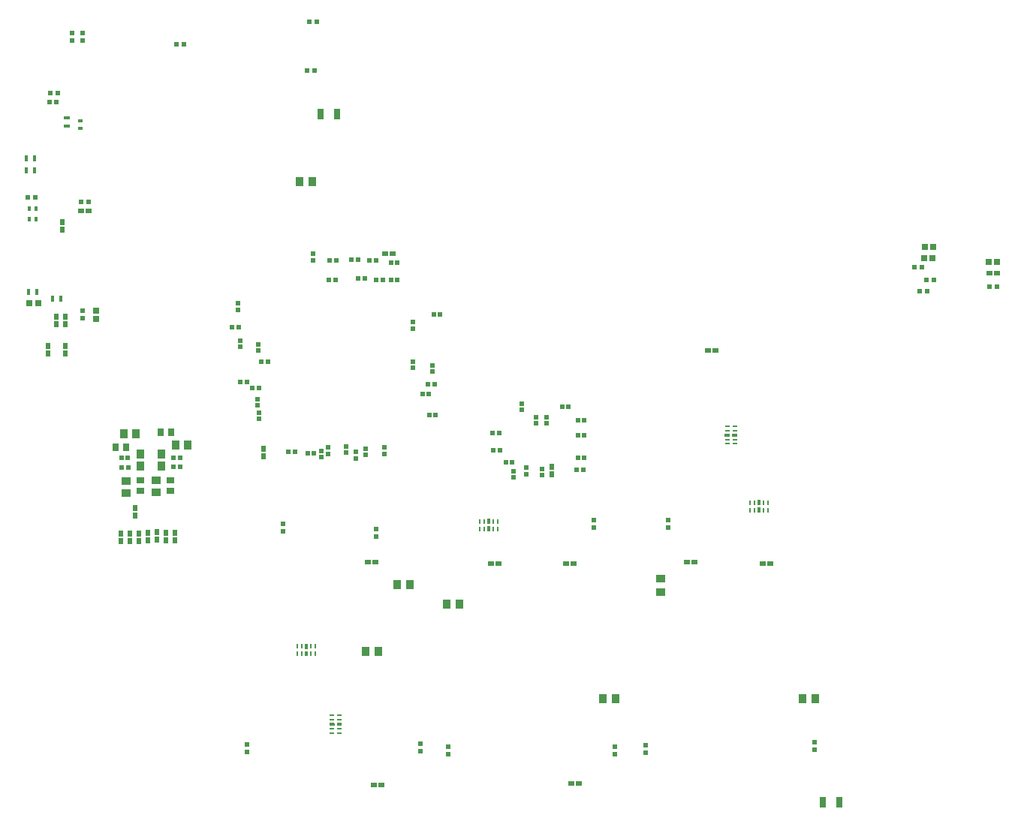
<source format=gbp>
G04*
G04 #@! TF.GenerationSoftware,Altium Limited,Altium Designer,24.9.1 (31)*
G04*
G04 Layer_Color=128*
%FSLAX44Y44*%
%MOMM*%
G71*
G04*
G04 #@! TF.SameCoordinates,5CB356DA-BA5B-4781-A63E-117D8A58D640*
G04*
G04*
G04 #@! TF.FilePolarity,Positive*
G04*
G01*
G75*
%ADD30R,0.9000X0.7500*%
G04:AMPARAMS|DCode=31|XSize=0.565mm|YSize=0.2mm|CornerRadius=0.05mm|HoleSize=0mm|Usage=FLASHONLY|Rotation=90.000|XOffset=0mm|YOffset=0mm|HoleType=Round|Shape=RoundedRectangle|*
%AMROUNDEDRECTD31*
21,1,0.5650,0.1000,0,0,90.0*
21,1,0.4650,0.2000,0,0,90.0*
1,1,0.1000,0.0500,0.2325*
1,1,0.1000,0.0500,-0.2325*
1,1,0.1000,-0.0500,-0.2325*
1,1,0.1000,-0.0500,0.2325*
%
%ADD31ROUNDEDRECTD31*%
%ADD38R,0.7500X0.9000*%
%ADD41R,0.9000X1.0000*%
%ADD42R,0.5811X0.5121*%
%ADD43R,0.4000X0.5000*%
%ADD44R,0.5200X0.5200*%
%ADD45R,1.0000X0.9000*%
%ADD46R,0.5121X0.5811*%
%ADD51R,0.6000X0.5500*%
%ADD52R,0.5500X0.6000*%
%ADD53R,0.5200X0.5200*%
%ADD55R,0.9582X1.1061*%
%ADD60R,0.6000X0.6500*%
%ADD61R,0.4500X0.6750*%
%ADD68R,0.6750X0.4500*%
%ADD73R,0.6500X0.6000*%
%ADD75R,0.7000X0.6500*%
%ADD80R,0.6725X0.7154*%
%ADD83R,0.7154X0.6725*%
%ADD93R,0.5153X0.4725*%
%ADD191R,0.5500X0.5000*%
%ADD192R,0.9500X1.0500*%
%ADD193R,1.0500X0.9500*%
%ADD194R,0.8000X1.2000*%
G04:AMPARAMS|DCode=195|XSize=0.565mm|YSize=0.2mm|CornerRadius=0.05mm|HoleSize=0mm|Usage=FLASHONLY|Rotation=180.000|XOffset=0mm|YOffset=0mm|HoleType=Round|Shape=RoundedRectangle|*
%AMROUNDEDRECTD195*
21,1,0.5650,0.1000,0,0,180.0*
21,1,0.4650,0.2000,0,0,180.0*
1,1,0.1000,-0.2325,0.0500*
1,1,0.1000,0.2325,0.0500*
1,1,0.1000,0.2325,-0.0500*
1,1,0.1000,-0.2325,-0.0500*
%
%ADD195ROUNDEDRECTD195*%
%ADD197R,0.5000X0.4000*%
G36*
X825933Y460194D02*
X826074Y460053D01*
X826150Y459869D01*
Y459770D01*
Y457170D01*
Y457071D01*
X826074Y456887D01*
X825933Y456746D01*
X825750Y456670D01*
X820900D01*
X820717Y456746D01*
X820576Y456887D01*
X820500Y457071D01*
Y457170D01*
Y459770D01*
Y459869D01*
X820576Y460053D01*
X820717Y460194D01*
X820900Y460270D01*
X825750D01*
X825933Y460194D01*
D02*
G37*
G36*
X817583D02*
X817724Y460053D01*
X817800Y459869D01*
Y459770D01*
Y457170D01*
Y457071D01*
X817724Y456887D01*
X817583Y456746D01*
X817399Y456670D01*
X812551D01*
X812367Y456746D01*
X812226Y456887D01*
X812150Y457071D01*
Y457170D01*
Y459770D01*
Y459869D01*
X812226Y460053D01*
X812367Y460194D01*
X812551Y460270D01*
X817399D01*
X817583Y460194D01*
D02*
G37*
G36*
X852483Y385019D02*
X852624Y384878D01*
X852700Y384695D01*
Y384595D01*
Y379945D01*
Y379846D01*
X852624Y379662D01*
X852483Y379521D01*
X852299Y379445D01*
X849501D01*
X849317Y379521D01*
X849176Y379662D01*
X849100Y379846D01*
Y379945D01*
Y384595D01*
Y384695D01*
X849176Y384878D01*
X849317Y385019D01*
X849501Y385095D01*
X852299D01*
X852483Y385019D01*
D02*
G37*
G36*
Y376669D02*
X852624Y376528D01*
X852700Y376344D01*
Y376245D01*
Y371595D01*
Y371496D01*
X852624Y371312D01*
X852483Y371171D01*
X852299Y371095D01*
X849501D01*
X849317Y371171D01*
X849176Y371312D01*
X849100Y371496D01*
Y371595D01*
Y376245D01*
Y376344D01*
X849176Y376528D01*
X849317Y376669D01*
X849501Y376745D01*
X852299D01*
X852483Y376669D01*
D02*
G37*
G36*
X547683Y363794D02*
X547824Y363653D01*
X547900Y363470D01*
Y363370D01*
Y358720D01*
Y358620D01*
X547824Y358437D01*
X547683Y358296D01*
X547499Y358220D01*
X544701D01*
X544517Y358296D01*
X544376Y358437D01*
X544300Y358620D01*
Y358720D01*
Y363370D01*
Y363470D01*
X544376Y363653D01*
X544517Y363794D01*
X544701Y363870D01*
X547499D01*
X547683Y363794D01*
D02*
G37*
G36*
Y355444D02*
X547824Y355303D01*
X547900Y355119D01*
Y355020D01*
Y350370D01*
Y350271D01*
X547824Y350087D01*
X547683Y349946D01*
X547499Y349870D01*
X544701D01*
X544517Y349946D01*
X544376Y350087D01*
X544300Y350271D01*
Y350370D01*
Y355020D01*
Y355119D01*
X544376Y355303D01*
X544517Y355444D01*
X544701Y355520D01*
X547499D01*
X547683Y355444D01*
D02*
G37*
G36*
X341943Y222824D02*
X342084Y222683D01*
X342160Y222500D01*
Y222400D01*
Y217750D01*
Y217651D01*
X342084Y217467D01*
X341943Y217326D01*
X341759Y217250D01*
X338960D01*
X338777Y217326D01*
X338636Y217467D01*
X338560Y217651D01*
Y217750D01*
Y222400D01*
Y222500D01*
X338636Y222683D01*
X338777Y222824D01*
X338960Y222900D01*
X341759D01*
X341943Y222824D01*
D02*
G37*
G36*
Y214474D02*
X342084Y214333D01*
X342160Y214149D01*
Y214050D01*
Y209400D01*
Y209300D01*
X342084Y209117D01*
X341943Y208976D01*
X341759Y208900D01*
X338960D01*
X338777Y208976D01*
X338636Y209117D01*
X338560Y209300D01*
Y209400D01*
Y214050D01*
Y214149D01*
X338636Y214333D01*
X338777Y214474D01*
X338960Y214550D01*
X341759D01*
X341943Y214474D01*
D02*
G37*
G36*
X380163Y133804D02*
X380304Y133663D01*
X380380Y133479D01*
Y133380D01*
Y130780D01*
Y130681D01*
X380304Y130497D01*
X380163Y130356D01*
X379980Y130280D01*
X375131D01*
X374947Y130356D01*
X374806Y130497D01*
X374730Y130681D01*
Y130780D01*
Y133380D01*
Y133479D01*
X374806Y133663D01*
X374947Y133804D01*
X375131Y133880D01*
X379980D01*
X380163Y133804D01*
D02*
G37*
G36*
X371813D02*
X371954Y133663D01*
X372030Y133479D01*
Y133380D01*
Y130780D01*
Y130681D01*
X371954Y130497D01*
X371813Y130356D01*
X371629Y130280D01*
X366781D01*
X366597Y130356D01*
X366456Y130497D01*
X366380Y130681D01*
Y130780D01*
Y133380D01*
Y133479D01*
X366456Y133663D01*
X366597Y133804D01*
X366781Y133880D01*
X371629D01*
X371813Y133804D01*
D02*
G37*
D30*
X186690Y407320D02*
D03*
Y395320D02*
D03*
X152730Y407320D02*
D03*
Y395320D02*
D03*
D31*
X840900Y382270D02*
D03*
X845900D02*
D03*
X855900D02*
D03*
X860900D02*
D03*
Y373920D02*
D03*
X855900D02*
D03*
X845900D02*
D03*
X840900D02*
D03*
X536100Y361045D02*
D03*
X541100D02*
D03*
X551100D02*
D03*
X556100D02*
D03*
Y352695D02*
D03*
X551100D02*
D03*
X541100D02*
D03*
X536100D02*
D03*
X350360Y220075D02*
D03*
X345360D02*
D03*
X335360D02*
D03*
X330360D02*
D03*
Y211725D02*
D03*
X335360D02*
D03*
X345360D02*
D03*
X350360D02*
D03*
D38*
X175668Y461963D02*
D03*
X187668D02*
D03*
X136931Y444901D02*
D03*
X124931D02*
D03*
D41*
X206140Y447040D02*
D03*
X192640D02*
D03*
X134220Y459740D02*
D03*
X147720D02*
D03*
D42*
X365677Y633588D02*
D03*
X372987D02*
D03*
X411635Y655320D02*
D03*
X418945D02*
D03*
X484025Y594360D02*
D03*
X491335D02*
D03*
X426565Y633730D02*
D03*
X419255D02*
D03*
X406245Y635000D02*
D03*
X398935D02*
D03*
X366776Y655647D02*
D03*
X374086D02*
D03*
X435765Y652780D02*
D03*
X443075D02*
D03*
X264005Y580390D02*
D03*
X256695D02*
D03*
X435765Y633730D02*
D03*
X443075D02*
D03*
X477675Y515620D02*
D03*
X484985D02*
D03*
X471269Y504688D02*
D03*
X478579D02*
D03*
X320195Y439420D02*
D03*
X327505D02*
D03*
X273468Y518501D02*
D03*
X266157D02*
D03*
X289385Y541300D02*
D03*
X296695D02*
D03*
X478945Y481330D02*
D03*
X486255D02*
D03*
X349095Y438150D02*
D03*
X341785D02*
D03*
X279709Y511810D02*
D03*
X287020D02*
D03*
X558755Y440955D02*
D03*
X551445D02*
D03*
X557695Y460979D02*
D03*
X550384D02*
D03*
X628805Y490220D02*
D03*
X636115D02*
D03*
X646585Y458470D02*
D03*
X653895D02*
D03*
X646585Y433070D02*
D03*
X653895D02*
D03*
X645315Y419100D02*
D03*
X652625D02*
D03*
X646585Y474980D02*
D03*
X653895D02*
D03*
X565305Y427990D02*
D03*
X572615D02*
D03*
X190655Y433070D02*
D03*
X197965D02*
D03*
X139038Y432509D02*
D03*
X131728D02*
D03*
X190655Y422910D02*
D03*
X197965D02*
D03*
X139391Y421640D02*
D03*
X132080D02*
D03*
D43*
X35750Y713740D02*
D03*
X27750D02*
D03*
X35750Y702310D02*
D03*
X27750D02*
D03*
D44*
X87630Y590360D02*
D03*
Y598360D02*
D03*
D45*
X171099Y393931D02*
D03*
Y407431D02*
D03*
X137160Y393300D02*
D03*
Y406800D02*
D03*
D46*
X262890Y599595D02*
D03*
Y606905D02*
D03*
X347980Y655475D02*
D03*
Y662785D02*
D03*
X460782Y578333D02*
D03*
Y585644D02*
D03*
X460691Y534135D02*
D03*
Y541446D02*
D03*
X406911Y443145D02*
D03*
Y435834D02*
D03*
X356870Y440535D02*
D03*
Y433225D02*
D03*
X266068Y557833D02*
D03*
Y565144D02*
D03*
X427990Y444345D02*
D03*
Y437035D02*
D03*
X384810Y445615D02*
D03*
Y438305D02*
D03*
X364490Y444345D02*
D03*
Y437035D02*
D03*
X285370Y499145D02*
D03*
Y491835D02*
D03*
X482600Y529745D02*
D03*
Y537055D02*
D03*
X396240Y439265D02*
D03*
Y431955D02*
D03*
X287020Y483715D02*
D03*
Y476405D02*
D03*
X286393Y553715D02*
D03*
Y561025D02*
D03*
X583092Y486809D02*
D03*
Y494119D02*
D03*
X599440Y478635D02*
D03*
Y471325D02*
D03*
X574040Y410365D02*
D03*
Y417675D02*
D03*
X610870Y478635D02*
D03*
Y471325D02*
D03*
X588010Y421485D02*
D03*
Y414175D02*
D03*
X605790Y412905D02*
D03*
Y420215D02*
D03*
D51*
X1039690Y633730D02*
D03*
X1048190D02*
D03*
X1025720Y647700D02*
D03*
X1034220D02*
D03*
X1110374Y626034D02*
D03*
X1118874D02*
D03*
X1032070Y621030D02*
D03*
X1040570D02*
D03*
X202370Y899160D02*
D03*
X193870D02*
D03*
X352230Y924560D02*
D03*
X343730D02*
D03*
X349690Y869950D02*
D03*
X341190D02*
D03*
X85920Y721360D02*
D03*
X94420D02*
D03*
D52*
X748030Y353890D02*
D03*
Y362390D02*
D03*
X664210Y353890D02*
D03*
Y362390D02*
D03*
X419220Y343931D02*
D03*
Y352431D02*
D03*
X313690Y350080D02*
D03*
Y358580D02*
D03*
X722630Y108390D02*
D03*
Y99890D02*
D03*
X913130Y112200D02*
D03*
Y103700D02*
D03*
X273050Y101160D02*
D03*
Y109660D02*
D03*
X468850Y102026D02*
D03*
Y110526D02*
D03*
X500380Y98620D02*
D03*
Y107120D02*
D03*
X688340Y98620D02*
D03*
Y107120D02*
D03*
X87630Y903800D02*
D03*
Y912300D02*
D03*
X76200Y903800D02*
D03*
Y912300D02*
D03*
D53*
X34480Y726440D02*
D03*
X26480D02*
D03*
X51880Y844550D02*
D03*
X59880D02*
D03*
D55*
X176860Y423769D02*
D03*
Y437291D02*
D03*
X152730Y423769D02*
D03*
Y437291D02*
D03*
D60*
X292100Y442840D02*
D03*
Y434340D02*
D03*
X64770Y698940D02*
D03*
Y690440D02*
D03*
X617220Y414020D02*
D03*
Y422520D02*
D03*
X147320Y376360D02*
D03*
Y367860D02*
D03*
X191770Y348420D02*
D03*
Y339920D02*
D03*
X140970Y347590D02*
D03*
Y339090D02*
D03*
X130810Y347150D02*
D03*
Y338650D02*
D03*
X151130Y347150D02*
D03*
Y338650D02*
D03*
X161290Y348420D02*
D03*
Y339920D02*
D03*
X171488Y348642D02*
D03*
Y340142D02*
D03*
X181610Y348420D02*
D03*
Y339920D02*
D03*
X48920Y559230D02*
D03*
Y550730D02*
D03*
X68580Y558800D02*
D03*
Y550300D02*
D03*
Y583760D02*
D03*
Y592260D02*
D03*
X58420D02*
D03*
Y583760D02*
D03*
D61*
X63045Y612140D02*
D03*
X53795D02*
D03*
X33835Y770890D02*
D03*
X24585D02*
D03*
X33835Y756920D02*
D03*
X24585D02*
D03*
X36375Y619760D02*
D03*
X27125D02*
D03*
D68*
X69850Y806685D02*
D03*
Y815935D02*
D03*
D73*
X85920Y711200D02*
D03*
X94420D02*
D03*
X437320Y662940D02*
D03*
X428820D02*
D03*
X801810Y553720D02*
D03*
X793310D02*
D03*
X1119310Y641350D02*
D03*
X1110810D02*
D03*
X777680Y314960D02*
D03*
X769180D02*
D03*
X633290Y313690D02*
D03*
X641790D02*
D03*
X416120Y63500D02*
D03*
X424620D02*
D03*
X556700Y313690D02*
D03*
X548200D02*
D03*
X854710D02*
D03*
X863210D02*
D03*
X409770Y314960D02*
D03*
X418270D02*
D03*
X639458Y65279D02*
D03*
X647958D02*
D03*
D75*
X1037920Y670560D02*
D03*
X1047420D02*
D03*
X1109740Y654034D02*
D03*
X1119240D02*
D03*
X1036650Y657860D02*
D03*
X1046150D02*
D03*
D80*
X102870Y589574D02*
D03*
Y599146D02*
D03*
D83*
X37806Y607060D02*
D03*
X28234D02*
D03*
D93*
X50824Y834390D02*
D03*
X58396D02*
D03*
D191*
X398720Y656590D02*
D03*
X391220D02*
D03*
D192*
X674740Y161290D02*
D03*
X689240D02*
D03*
X406770Y214630D02*
D03*
X421270D02*
D03*
X899530Y161290D02*
D03*
X914030D02*
D03*
X512710Y267970D02*
D03*
X498210D02*
D03*
X442330Y289560D02*
D03*
X456830D02*
D03*
X332740Y744220D02*
D03*
X347240D02*
D03*
D193*
X740006Y281651D02*
D03*
Y296151D02*
D03*
D194*
X374760Y820420D02*
D03*
X356760D02*
D03*
X941180Y44450D02*
D03*
X923180D02*
D03*
D195*
X814975Y468470D02*
D03*
Y463470D02*
D03*
Y453470D02*
D03*
Y448470D02*
D03*
X823325D02*
D03*
Y453470D02*
D03*
Y463470D02*
D03*
Y468470D02*
D03*
X377555Y122080D02*
D03*
Y127080D02*
D03*
Y137080D02*
D03*
Y142080D02*
D03*
X369205D02*
D03*
Y137080D02*
D03*
Y127080D02*
D03*
Y122080D02*
D03*
D197*
X85090Y804770D02*
D03*
Y812770D02*
D03*
M02*

</source>
